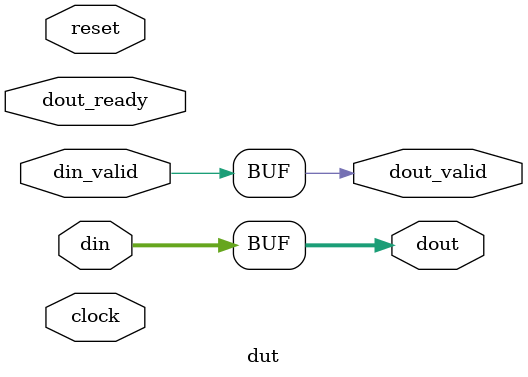
<source format=v>
module dut(
	input clock, reset,
	input din_valid,
	input [31:0] din,
	input dout_ready,
	output dout_valid,
	output [31:0] dout
);
	assign dout_valid = din_valid;
	assign dout = din;
endmodule
</source>
